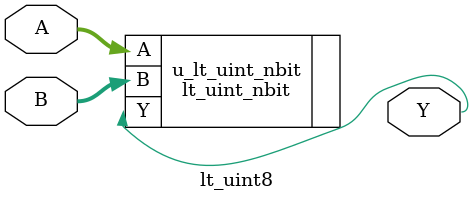
<source format=v>

module lt_uint8 #(
    parameter WIDTH = 8,
    parameter IMPL_TYPE = 0
)(
    input [WIDTH-1:0] A,
    input [WIDTH-1:0] B,
    output Y
);

    lt_uint_nbit #(
        .WIDTH(WIDTH),
        .IMPL_TYPE(IMPL_TYPE)
    ) u_lt_uint_nbit (
        .A(A),
        .B(B),
        .Y(Y)
    );

endmodule

</source>
